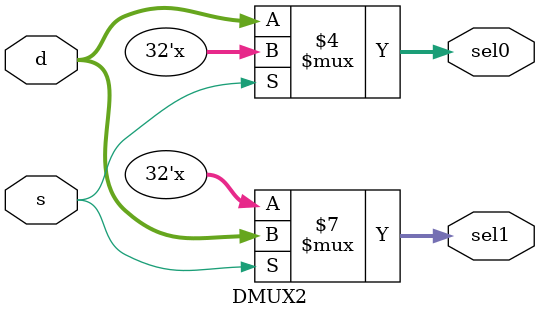
<source format=v>
`timescale 1ns / 1ps


module DMUX2 #(parameter MSB = 31, LSB = 0)(
    input [MSB: LSB] d,
    input s,
    output reg [MSB: LSB] sel1, sel0
    );
    always @(*) begin
        if (s == 1'b0) begin
            sel0 = d;
        end
        else begin
            sel1 = d;
        end
    end
endmodule

</source>
